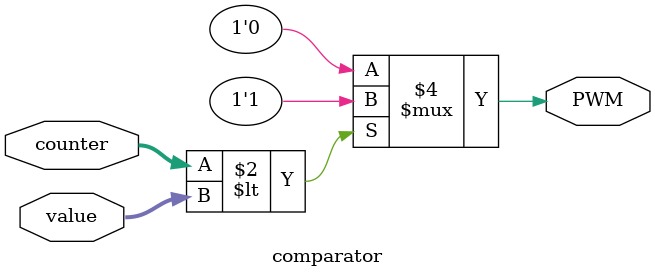
<source format=v>
module Servo_interface (
    input clk,
    input rst,
    input [15:0] sw,
    input [1:0] mode1,
    input [1:0] mode2,
    input [1:0] mode3,
    input [1:0] mode4,
    output PWM1,
    output PWM2,
    output PWM3,
    output PWM4
);

    // control refresh rate
    wire [24:0] counter;

    // control speed of motors
    // wire [3:0] speed1;
    // wire [3:0] speed2;
    // wire [3:0] speed3;
    // wire [3:0] speed4;

    // control duty cycle of motors
    wire [24:0] value1;
    wire [24:0] value2;
    wire [24:0] value3;
    wire [24:0] value4;

    // refresh rate counter
    counter count(
        .clk(clk),
        .rst(rst),
        .counter(counter)
    );
    
    // motor 1
    speed_control control1(
        .mode(mode1),
        .value(value1)
    );
    comparator compare1(
        .value(value1),
        .counter(counter),
        .PWM(PWM1)
    );

    // motor 2
    speed_control control2(
        .mode(mode2),
        .value(value2)
    );
    comparator compare2(
        .value(value2),
        .counter(counter),
        .PWM(PWM2)
    );

    // motor 3
    speed_control control3(
        .mode(mode3),
        .value(value3)
    );
    comparator compare3(
        .value(value3),
        .counter(counter),
        .PWM(PWM3)
    );

    // motor 4
    speed_control_motor4 control4(
        .mode(mode4),
        .value(value4)
    );
    comparator compare4(
        .value(value4),
        .counter(counter),
        .PWM(PWM4)
    );
        
endmodule

// count the refresh rate, current is 20ms
module counter (
    input clk, 
    input rst, 
    output reg [24:0] counter
);
    always @(posedge clk, posedge rst) begin
        if (rst || counter == 25'd200_0000) counter <= 0;
        else counter <= counter + 1;
    end
endmodule

// convert switch to speed
module sw_to_speed (
    input [15:0] sw,
    output reg [3:0] speed
);
    always @(*) begin
        // cloclwise
        if (sw[1] == 1) speed = 1;
        else if (sw[2] == 1) speed = 2;
        else if (sw[3] == 1) speed = 3;
        else if (sw[4] == 1) speed = 4;
        else if (sw[5] == 1) speed = 5;
        // counter clockwise
        else if (sw[6] == 1) speed = 6;
        else if (sw[7] == 1) speed = 7;
        else if (sw[8] == 1) speed = 8;
        else if (sw[9] == 1) speed = 9;
        else if (sw[10] == 1) speed = 10;
        // stop
        else speed = 0;
    end
endmodule

// input 0~15, output the duty cycle of PWM
module speed_control (
    input [1:0] mode,
    // input [3:0] speed,
    output reg [24:0] value
);
    always @(*) begin
        case (mode)
            2'b00: value = 25'd15_0000;
            2'b01: value = 25'd10_0000;
            2'b10: value = 25'd20_0000;
            default: value = 25'd15_0000;
        endcase
    end
endmodule

// same as speed control but slower
module speed_control_motor4 (
    input [1:0] mode,
    // input [3:0] speed,
    output reg [24:0] value
);
    always @(*) begin
        case (mode)
            2'b00: value = 25'd15_0000;
            2'b01: value = 25'd14_0000;
            2'b10: value = 25'd16_0000;
            default: value = 25'd15_0000;
        endcase
    end
endmodule

// compare to output PWM
module comparator (
    input [24:0] value,
    input [24:0] counter,
    output reg PWM
);
    always @(*) begin
        if (counter < value) PWM <= 1;
        else PWM <= 0;
    end
endmodule
</source>
